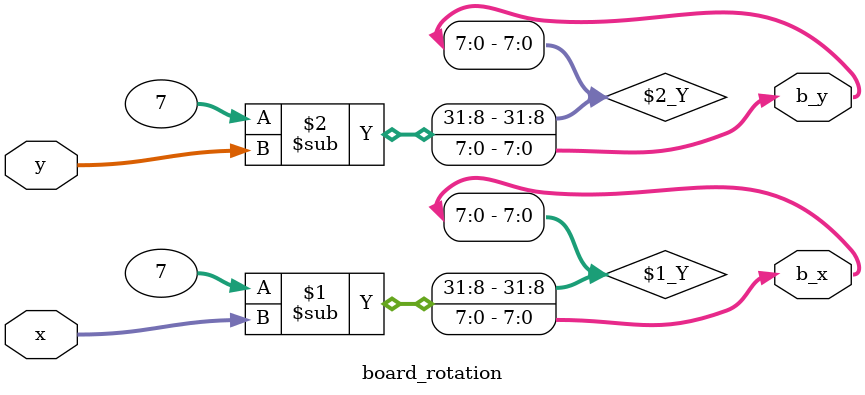
<source format=v>
`timescale 1ns / 1ps


module board_rotation(
    input [7:0] x, y,
    output [7:0] b_x, b_y
);
    assign b_x = 7 - x;
    assign b_y = 7 - y;  
endmodule

</source>
